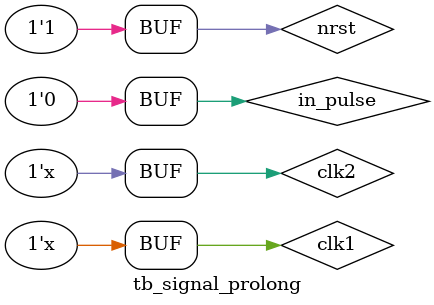
<source format=v>
module tb_signal_prolong;
  reg clk1,clk2,nrst,in_pulse;
  wire  out_pulse,out_level;

initial begin
  clk1 = 1'b0;
  clk2 = 1'b0;
  nrst = 1'b0;
  in_pulse = 1'b0;
  #5  nrst = 1'b1;
  #5 in_pulse = 1'b1;
  #6 in_pulse = 1'b0;
end
always # 3  clk1 = !clk1;
always # 9  clk2 = !clk2;

signal_prolong u0(
	.clk1(clk1),	// high frequency
	.clk2(clk2),	// low frequency
	.nrst(nrst),
	.in_pulse(in_pulse),
	.out_pulse(out_pulse),
	.out_level(out_level)
);
endmodule

</source>
